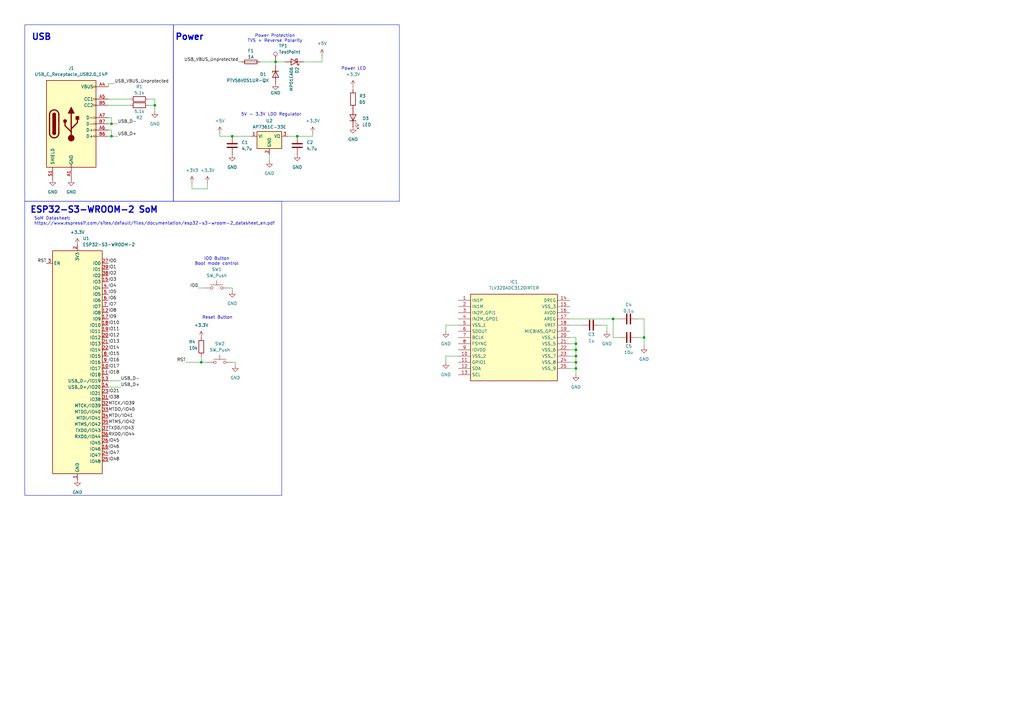
<source format=kicad_sch>
(kicad_sch (version 20231120) (generator "eeschema") (generator_version "8.0")
  (paper "A3")
  (lib_symbols
    (symbol "0_LHRE_Symbols:Regulator_3V3"
      (property "Reference" "U" (at 0 5.588 0))
      (property "Value" "AP7361C-33E" (at 0 5.08 0))
      (symbol "Regulator_3V3_0_1"
        (rectangle (start -5.08 3.175) (end 5.08 -3.81) (stroke (width 0.254)) (fill (type background)))
      )
      (symbol "Regulator_3V3_1_1"
        (pin power_in line (at -7.62 1.27 0) (length 2.54) (name "VI") (number "1"))
        (pin power_in line (at 0 -6.35 90) (length 2.54) (name "GND") (number "2"))
        (pin power_out line (at 7.62 1.27 180) (length 2.54) (name "VO") (number "3"))
      )
    )
    (symbol "Connector:TestPoint" (pin_numbers hide) (pin_names (offset 0.762) hide)
      (property "Reference" "TP" (at 0 6.858 0))
      (property "Value" "TestPoint" (at 0 5.08 0))
      (symbol "TestPoint_0_1"
        (circle (center 0 3.302) (radius 0.762))
      )
      (symbol "TestPoint_1_1"
        (pin passive line (at 0 0 90) (length 2.54) (name "1") (number "1"))
      )
    )
    (symbol "Connector:USB_C_Receptacle_USB2.0_14P" (pin_names (offset 1.016))
      (property "Reference" "J" (at 0 22.225 0))
      (property "Value" "USB_C_Receptacle_USB2.0_14P" (at 0 19.685 0))
      (symbol "USB_C_Receptacle_USB2.0_14P_0_0"
        (rectangle (start -0.254 -17.78) (end 0.254 -16.764))
        (rectangle (start 10.16 -4.826) (end 9.144 -5.334))
        (rectangle (start 10.16 -2.286) (end 9.144 -2.794))
        (rectangle (start 10.16 0.254) (end 9.144 -0.254))
        (rectangle (start 10.16 2.794) (end 9.144 2.286))
        (rectangle (start 10.16 7.874) (end 9.144 7.366))
        (rectangle (start 10.16 10.414) (end 9.144 9.906))
        (rectangle (start 10.16 15.494) (end 9.144 14.986))
      )
      (symbol "USB_C_Receptacle_USB2.0_14P_0_1"
        (rectangle (start -10.16 17.78) (end 10.16 -17.78) (stroke (width 0.254)) (fill (type background)))
        (arc (start -8.89 -3.81) (mid -6.985 -5.7067) (end -5.08 -3.81) (stroke (width 0.508)))
        (arc (start -7.62 -3.81) (mid -6.985 -4.4423) (end -6.35 -3.81) (stroke (width 0.254)))
        (arc (start -7.62 -3.81) (mid -6.985 -4.4423) (end -6.35 -3.81) (stroke (width 0.254)) (fill (type outline)))
        (rectangle (start -7.62 -3.81) (end -6.35 3.81) (stroke (width 0.254)) (fill (type outline)))
        (arc (start -6.35 3.81) (mid -6.985 4.4423) (end -7.62 3.81) (stroke (width 0.254)))
        (arc (start -6.35 3.81) (mid -6.985 4.4423) (end -7.62 3.81) (stroke (width 0.254)) (fill (type outline)))
        (arc (start -5.08 3.81) (mid -6.985 5.7067) (end -8.89 3.81) (stroke (width 0.508)))
        (circle (center -2.54 1.143) (radius 0.635) (stroke (width 0.254)) (fill (type outline)))
        (circle (center 0 -5.842) (radius 1.27) (fill (type outline)))
        (polyline (pts (xy -8.89 -3.81) (xy -8.89 3.81)) (stroke (width 0.508)))
        (polyline (pts (xy -5.08 3.81) (xy -5.08 -3.81)) (stroke (width 0.508)))
        (polyline (pts (xy 0 -5.842) (xy 0 4.318)) (stroke (width 0.508)))
        (polyline (pts (xy 0 -3.302) (xy -2.54 -0.762) (xy -2.54 0.508)) (stroke (width 0.508)))
        (polyline (pts (xy 0 -2.032) (xy 2.54 0.508) (xy 2.54 1.778)) (stroke (width 0.508)))
        (polyline (pts (xy -1.27 4.318) (xy 0 6.858) (xy 1.27 4.318) (xy -1.27 4.318)) (stroke (width 0.254)) (fill (type outline)))
        (rectangle (start 1.905 1.778) (end 3.175 3.048) (stroke (width 0.254)) (fill (type outline)))
      )
      (symbol "USB_C_Receptacle_USB2.0_14P_1_1"
        (pin passive line (at 0 -22.86 90) (length 5.08) (name "GND") (number "A1"))
        (pin passive line (at 0 -22.86 90) (length 5.08) hide (name "GND") (number "A12"))
        (pin passive line (at 15.24 15.24 180) (length 5.08) (name "VBUS") (number "A4"))
        (pin bidirectional line (at 15.24 10.16 180) (length 5.08) (name "CC1") (number "A5"))
        (pin bidirectional line (at 15.24 -2.54 180) (length 5.08) (name "D+") (number "A6"))
        (pin bidirectional line (at 15.24 2.54 180) (length 5.08) (name "D-") (number "A7"))
        (pin passive line (at 15.24 15.24 180) (length 5.08) hide (name "VBUS") (number "A9"))
        (pin passive line (at 0 -22.86 90) (length 5.08) hide (name "GND") (number "B1"))
        (pin passive line (at 0 -22.86 90) (length 5.08) hide (name "GND") (number "B12"))
        (pin passive line (at 15.24 15.24 180) (length 5.08) hide (name "VBUS") (number "B4"))
        (pin bidirectional line (at 15.24 7.62 180) (length 5.08) (name "CC2") (number "B5"))
        (pin bidirectional line (at 15.24 -5.08 180) (length 5.08) (name "D+") (number "B6"))
        (pin bidirectional line (at 15.24 0 180) (length 5.08) (name "D-") (number "B7"))
        (pin passive line (at 15.24 15.24 180) (length 5.08) hide (name "VBUS") (number "B9"))
        (pin passive line (at -7.62 -22.86 90) (length 5.08) (name "SHIELD") (number "S1"))
      )
    )
    (symbol "Device:C" (pin_numbers hide) (pin_names (offset 0.254))
      (property "Reference" "C" (at 0.635 2.54 0))
      (property "Value" "C" (at 0.635 -2.54 0))
      (symbol "C_0_1"
        (polyline (pts (xy -2.032 -0.762) (xy 2.032 -0.762)) (stroke (width 0.508)))
        (polyline (pts (xy -2.032 0.762) (xy 2.032 0.762)) (stroke (width 0.508)))
      )
      (symbol "C_1_1"
        (pin passive line (at 0 3.81 270) (length 2.794) (name "~") (number "1"))
        (pin passive line (at 0 -3.81 90) (length 2.794) (name "~") (number "2"))
      )
    )
    (symbol "Device:D_Schottky" (pin_numbers hide) (pin_names (offset 1.016) hide)
      (property "Reference" "D" (at 0 2.54 0))
      (property "Value" "D_Schottky" (at 0 -2.54 0))
      (symbol "D_Schottky_0_1"
        (polyline (pts (xy 1.27 0) (xy -1.27 0)))
        (polyline (pts (xy 1.27 1.27) (xy 1.27 -1.27) (xy -1.27 0) (xy 1.27 1.27)) (stroke (width 0.254)))
        (polyline (pts (xy -1.905 0.635) (xy -1.905 1.27) (xy -1.27 1.27) (xy -1.27 -1.27) (xy -0.635 -1.27) (xy -0.635 -0.635)) (stroke (width 0.254)))
      )
      (symbol "D_Schottky_1_1"
        (pin passive line (at -3.81 0 0) (length 2.54) (name "K") (number "1"))
        (pin passive line (at 3.81 0 180) (length 2.54) (name "A") (number "2"))
      )
    )
    (symbol "Device:Fuse" (pin_numbers hide) (pin_names (offset 0))
      (property "Reference" "F" (at 2.032 0 90))
      (property "Value" "Fuse" (at -1.905 0 90))
      (symbol "Fuse_0_1"
        (rectangle (start -0.762 -2.54) (end 0.762 2.54) (stroke (width 0.254)))
        (polyline (pts (xy 0 2.54) (xy 0 -2.54)))
      )
      (symbol "Fuse_1_1"
        (pin passive line (at 0 3.81 270) (length 1.27) (name "~") (number "1"))
        (pin passive line (at 0 -3.81 90) (length 1.27) (name "~") (number "2"))
      )
    )
    (symbol "Device:LED" (pin_numbers hide) (pin_names (offset 1.016) hide)
      (property "Reference" "D" (at 0 2.54 0))
      (property "Value" "LED" (at 0 -2.54 0))
      (symbol "LED_0_1"
        (polyline (pts (xy -1.27 -1.27) (xy -1.27 1.27)) (stroke (width 0.254)))
        (polyline (pts (xy -1.27 0) (xy 1.27 0)))
        (polyline (pts (xy 1.27 -1.27) (xy 1.27 1.27) (xy -1.27 0) (xy 1.27 -1.27)) (stroke (width 0.254)))
        (polyline (pts (xy -3.048 -0.762) (xy -4.572 -2.286) (xy -3.81 -2.286) (xy -4.572 -2.286) (xy -4.572 -1.524)))
        (polyline (pts (xy -1.778 -0.762) (xy -3.302 -2.286) (xy -2.54 -2.286) (xy -3.302 -2.286) (xy -3.302 -1.524)))
      )
      (symbol "LED_1_1"
        (pin passive line (at -3.81 0 0) (length 2.54) (name "K") (number "1"))
        (pin passive line (at 3.81 0 180) (length 2.54) (name "A") (number "2"))
      )
    )
    (symbol "Device:R" (pin_numbers hide) (pin_names (offset 0))
      (property "Reference" "R" (at 2.032 0 90))
      (property "Value" "R" (at 0 0 90))
      (symbol "R_0_1"
        (rectangle (start -1.016 -2.54) (end 1.016 2.54) (stroke (width 0.254)))
      )
      (symbol "R_1_1"
        (pin passive line (at 0 3.81 270) (length 1.27) (name "~") (number "1"))
        (pin passive line (at 0 -3.81 90) (length 1.27) (name "~") (number "2"))
      )
    )
    (symbol "Diode:ESD5Zxx" (pin_numbers hide) (pin_names hide)
      (property "Reference" "D" (at 0 2.54 0))
      (property "Value" "ESD5Zxx" (at 0 -2.54 0))
      (symbol "ESD5Zxx_0_1"
        (polyline (pts (xy 1.27 0) (xy -1.27 0)))
        (polyline (pts (xy -1.27 -1.27) (xy -1.27 1.27) (xy -0.762 1.27)) (stroke (width 0.254)))
        (polyline (pts (xy 1.27 -1.27) (xy 1.27 1.27) (xy -1.27 0) (xy 1.27 -1.27)) (stroke (width 0.254)))
      )
      (symbol "ESD5Zxx_1_1"
        (pin passive line (at -3.81 0 0) (length 2.54) (name "K") (number "1"))
        (pin passive line (at 3.81 0 180) (length 2.54) (name "A") (number "2"))
      )
    )
    (symbol "RF_Module:ESP32-S3-WROOM-2"
      (property "Reference" "U" (at -10.16 45.72 0))
      (property "Value" "ESP32-S3-WROOM-2" (at 2.54 45.72 0))
      (symbol "ESP32-S3-WROOM-2_0_1"
        (rectangle (start -10.16 45.72) (end 10.16 -45.72) (stroke (width 0.254)) (fill (type background)))
      )
      (symbol "ESP32-S3-WROOM-2_1_1"
        (pin power_in line (at 0 -48.26 90) (length 2.54) (name "GND") (number "1"))
        (pin bidirectional line (at 12.7 -2.54 180) (length 2.54) (name "IO17") (number "10"))
        (pin bidirectional line (at 12.7 -5.08 180) (length 2.54) (name "IO18") (number "11"))
        (pin bidirectional line (at 12.7 20.32 180) (length 2.54) (name "IO8") (number "12"))
        (pin bidirectional line (at 12.7 -7.62 180) (length 2.54) (name "USB_D-/IO19") (number "13"))
        (pin bidirectional line (at 12.7 -10.16 180) (length 2.54) (name "USB_D+/IO20") (number "14"))
        (pin bidirectional line (at 12.7 33.02 180) (length 2.54) (name "IO3") (number "15"))
        (pin bidirectional line (at 12.7 -35.56 180) (length 2.54) (name "IO46") (number "16"))
        (pin bidirectional line (at 12.7 17.78 180) (length 2.54) (name "IO9") (number "17"))
        (pin bidirectional line (at 12.7 15.24 180) (length 2.54) (name "IO10") (number "18"))
        (pin bidirectional line (at 12.7 12.7 180) (length 2.54) (name "IO11") (number "19"))
        (pin power_in line (at 0 48.26 270) (length 2.54) (name "3V3") (number "2"))
        (pin bidirectional line (at 12.7 10.16 180) (length 2.54) (name "IO12") (number "20"))
        (pin bidirectional line (at 12.7 7.62 180) (length 2.54) (name "IO13") (number "21"))
        (pin bidirectional line (at 12.7 5.08 180) (length 2.54) (name "IO14") (number "22"))
        (pin bidirectional line (at 12.7 -12.7 180) (length 2.54) (name "IO21") (number "23"))
        (pin bidirectional line (at 12.7 -38.1 180) (length 2.54) (name "IO47") (number "24"))
        (pin bidirectional line (at 12.7 -40.64 180) (length 2.54) (name "IO48") (number "25"))
        (pin bidirectional line (at 12.7 -33.02 180) (length 2.54) (name "IO45") (number "26"))
        (pin bidirectional line (at 12.7 40.64 180) (length 2.54) (name "IO0") (number "27"))
        (pin no_connect line (at -10.16 -35.56 0) (length 2.54) hide (name "NC") (number "28"))
        (pin no_connect line (at -10.16 -38.1 0) (length 2.54) hide (name "NC") (number "29"))
        (pin input line (at -12.7 40.64 0) (length 2.54) (name "EN") (number "3"))
        (pin no_connect line (at -10.16 -40.64 0) (length 2.54) hide (name "NC") (number "30"))
        (pin bidirectional line (at 12.7 -15.24 180) (length 2.54) (name "IO38") (number "31"))
        (pin bidirectional line (at 12.7 -17.78 180) (length 2.54) (name "MTCK/IO39") (number "32"))
        (pin bidirectional line (at 12.7 -20.32 180) (length 2.54) (name "MTDO/IO40") (number "33"))
        (pin bidirectional line (at 12.7 -22.86 180) (length 2.54) (name "MTDI/IO41") (number "34"))
        (pin bidirectional line (at 12.7 -25.4 180) (length 2.54) (name "MTMS/IO42") (number "35"))
        (pin bidirectional line (at 12.7 -30.48 180) (length 2.54) (name "RXD0/IO44") (number "36"))
        (pin bidirectional line (at 12.7 -27.94 180) (length 2.54) (name "TXD0/IO43") (number "37"))
        (pin bidirectional line (at 12.7 35.56 180) (length 2.54) (name "IO2") (number "38"))
        (pin bidirectional line (at 12.7 38.1 180) (length 2.54) (name "IO1") (number "39"))
        (pin bidirectional line (at 12.7 30.48 180) (length 2.54) (name "IO4") (number "4"))
        (pin passive line (at 0 -48.26 90) (length 2.54) hide (name "GND") (number "40"))
        (pin passive line (at 0 -48.26 90) (length 2.54) hide (name "GND") (number "41"))
        (pin bidirectional line (at 12.7 27.94 180) (length 2.54) (name "IO5") (number "5"))
        (pin bidirectional line (at 12.7 25.4 180) (length 2.54) (name "IO6") (number "6"))
        (pin bidirectional line (at 12.7 22.86 180) (length 2.54) (name "IO7") (number "7"))
        (pin bidirectional line (at 12.7 2.54 180) (length 2.54) (name "IO15") (number "8"))
        (pin bidirectional line (at 12.7 0 180) (length 2.54) (name "IO16") (number "9"))
      )
    )
    (symbol "Switch:SW_Push" (pin_numbers hide) (pin_names (offset 1.016) hide)
      (property "Reference" "SW" (at 1.27 2.54 0))
      (property "Value" "SW_Push" (at 0 -1.524 0))
      (symbol "SW_Push_0_1"
        (circle (center -2.032 0) (radius 0.508))
        (polyline (pts (xy 0 1.27) (xy 0 3.048)))
        (polyline (pts (xy 2.54 1.27) (xy -2.54 1.27)))
        (circle (center 2.032 0) (radius 0.508))
        (pin passive line (at -5.08 0 0) (length 2.54) (name "1") (number "1"))
        (pin passive line (at 5.08 0 180) (length 2.54) (name "2") (number "2"))
      )
    )
    (symbol "TLV320ADC3120IRTER:TLV320ADC3120IRTER"
      (property "Reference" "IC" (at 41.91 7.62 0))
      (property "Value" "TLV320ADC3120IRTER" (at 41.91 5.08 0))
      (symbol "TLV320ADC3120IRTER_1_1"
        (rectangle (start 5.08 2.54) (end 40.64 -33.02) (stroke (width 0.254)) (fill (type background)))
        (pin passive line (at 0 0 0) (length 5.08) (name "IN1P") (number "1"))
        (pin passive line (at 0 -22.86 0) (length 5.08) (name "VSS_2") (number "10"))
        (pin passive line (at 0 -25.4 0) (length 5.08) (name "GPIO1") (number "11"))
        (pin passive line (at 0 -27.94 0) (length 5.08) (name "SDA") (number "12"))
        (pin passive line (at 0 -30.48 0) (length 5.08) (name "SCL") (number "13"))
        (pin passive line (at 45.72 0 180) (length 5.08) (name "DREG") (number "14"))
        (pin passive line (at 45.72 -2.54 180) (length 5.08) (name "VSS_3") (number "15"))
        (pin passive line (at 45.72 -5.08 180) (length 5.08) (name "AVDD") (number "16"))
        (pin passive line (at 45.72 -7.62 180) (length 5.08) (name "AREG") (number "17"))
        (pin passive line (at 45.72 -10.16 180) (length 5.08) (name "VREF") (number "18"))
        (pin passive line (at 45.72 -12.7 180) (length 5.08) (name "MICBIAS_GPI2") (number "19"))
        (pin passive line (at 0 -2.54 0) (length 5.08) (name "IN1M") (number "2"))
        (pin passive line (at 45.72 -15.24 180) (length 5.08) (name "VSS_4") (number "20"))
        (pin passive line (at 45.72 -17.78 180) (length 5.08) (name "VSS_5") (number "21"))
        (pin passive line (at 45.72 -20.32 180) (length 5.08) (name "VSS_6") (number "22"))
        (pin passive line (at 45.72 -22.86 180) (length 5.08) (name "VSS_7") (number "23"))
        (pin passive line (at 45.72 -25.4 180) (length 5.08) (name "VSS_8") (number "24"))
        (pin passive line (at 45.72 -27.94 180) (length 5.08) (name "VSS_9") (number "25"))
        (pin passive line (at 0 -5.08 0) (length 5.08) (name "IN2P_GPI1") (number "3"))
        (pin passive line (at 0 -7.62 0) (length 5.08) (name "IN2M_GPO1") (number "4"))
        (pin passive line (at 0 -10.16 0) (length 5.08) (name "VSS_1") (number "5"))
        (pin passive line (at 0 -12.7 0) (length 5.08) (name "SDOUT") (number "6"))
        (pin passive line (at 0 -15.24 0) (length 5.08) (name "BCLK") (number "7"))
        (pin passive line (at 0 -17.78 0) (length 5.08) (name "FSYNC") (number "8"))
        (pin passive line (at 0 -20.32 0) (length 5.08) (name "IOVDD") (number "9"))
      )
    )
    (symbol "power:+3.3V" (power) (pin_numbers hide) (pin_names (offset 0) hide)
      (property "Value" "+3.3V" (at 0 3.556 0))
      (symbol "+3.3V_0_1"
        (polyline (pts (xy -0.762 1.27) (xy 0 2.54)))
        (polyline (pts (xy 0 0) (xy 0 2.54)))
        (polyline (pts (xy 0 2.54) (xy 0.762 1.27)))
      )
      (symbol "+3.3V_1_1"
        (pin power_in line (at 0 0 90) (length 0) (name "~") (number "1"))
      )
    )
    (symbol "power:+3V3" (power) (pin_numbers hide) (pin_names (offset 0) hide)
      (property "Value" "+3V3" (at 0 3.556 0))
      (symbol "+3V3_0_1"
        (polyline (pts (xy -0.762 1.27) (xy 0 2.54)))
        (polyline (pts (xy 0 0) (xy 0 2.54)))
        (polyline (pts (xy 0 2.54) (xy 0.762 1.27)))
      )
      (symbol "+3V3_1_1"
        (pin power_in line (at 0 0 90) (length 0) (name "~") (number "1"))
      )
    )
    (symbol "power:+5V" (power) (pin_numbers hide) (pin_names (offset 0) hide)
      (property "Value" "+5V" (at 0 3.556 0))
      (symbol "+5V_0_1"
        (polyline (pts (xy -0.762 1.27) (xy 0 2.54)))
        (polyline (pts (xy 0 0) (xy 0 2.54)))
        (polyline (pts (xy 0 2.54) (xy 0.762 1.27)))
      )
      (symbol "+5V_1_1"
        (pin power_in line (at 0 0 90) (length 0) (name "~") (number "1"))
      )
    )
    (symbol "power:GND" (power) (pin_numbers hide) (pin_names (offset 0) hide)
      (property "Value" "GND" (at 0 -3.81 0))
      (symbol "GND_0_1"
        (polyline (pts (xy 0 0) (xy 0 -1.27) (xy 1.27 -1.27) (xy 0 -2.54) (xy -1.27 -1.27) (xy 0 -1.27)))
      )
      (symbol "GND_1_1"
        (pin power_in line (at 0 0 270) (length 0) (name "~") (number "1"))
      )
    )
  )
  (junction (at 236.22 143.51))
  (junction (at 236.22 146.05))
  (junction (at 95.25 55.88))
  (junction (at 45.72 55.88))
  (junction (at 121.92 55.88))
  (junction (at 113.03 25.4))
  (junction (at 264.16 138.43))
  (junction (at 236.22 140.97))
  (junction (at 63.5 43.18))
  (junction (at 236.22 151.13))
  (junction (at 82.55 148.59))
  (junction (at 236.22 148.59))
  (junction (at 251.46 130.81))
  (junction (at 45.72 50.8))
  (wire (pts (xy 82.55 148.59) (xy 85.09 148.59)))
  (wire (pts (xy 44.45 50.8) (xy 45.72 50.8)))
  (wire (pts (xy 90.17 54.61) (xy 90.17 55.88)))
  (wire (pts (xy 233.68 146.05) (xy 236.22 146.05)))
  (wire (pts (xy 113.03 25.4) (xy 113.03 26.67)))
  (wire (pts (xy 113.03 25.4) (xy 116.84 25.4)))
  (wire (pts (xy 264.16 130.81) (xy 264.16 138.43)))
  (wire (pts (xy 233.68 133.35) (xy 238.76 133.35)))
  (wire (pts (xy 60.96 40.64) (xy 63.5 40.64)))
  (wire (pts (xy 182.88 133.35) (xy 182.88 135.89)))
  (wire (pts (xy 44.45 34.29) (xy 44.45 35.56)))
  (wire (pts (xy 44.45 53.34) (xy 45.72 53.34)))
  (wire (pts (xy 110.49 63.5) (xy 110.49 66.04)))
  (wire (pts (xy 106.68 25.4) (xy 113.03 25.4)))
  (wire (pts (xy 128.27 54.61) (xy 128.27 55.88)))
  (wire (pts (xy 44.45 40.64) (xy 53.34 40.64)))
  (wire (pts (xy 187.96 146.05) (xy 182.88 146.05)))
  (wire (pts (xy 60.96 43.18) (xy 63.5 43.18)))
  (wire (pts (xy 49.53 156.21) (xy 44.45 156.21)))
  (wire (pts (xy 95.25 55.88) (xy 102.87 55.88)))
  (wire (pts (xy 76.2 148.59) (xy 82.55 148.59)))
  (wire (pts (xy 251.46 130.81) (xy 254 130.81)))
  (wire (pts (xy 46.99 34.29) (xy 44.45 34.29)))
  (wire (pts (xy 90.17 55.88) (xy 95.25 55.88)))
  (wire (pts (xy 44.45 43.18) (xy 53.34 43.18)))
  (wire (pts (xy 236.22 143.51) (xy 236.22 146.05)))
  (wire (pts (xy 233.68 138.43) (xy 236.22 138.43)))
  (wire (pts (xy 82.55 148.59) (xy 82.55 146.05)))
  (wire (pts (xy 96.52 148.59) (xy 95.25 148.59)))
  (wire (pts (xy 63.5 43.18) (xy 63.5 45.72)))
  (wire (pts (xy 251.46 130.81) (xy 233.68 130.81)))
  (wire (pts (xy 45.72 50.8) (xy 48.26 50.8)))
  (wire (pts (xy 261.62 130.81) (xy 264.16 130.81)))
  (wire (pts (xy 63.5 40.64) (xy 63.5 43.18)))
  (wire (pts (xy 78.74 77.47) (xy 85.09 77.47)))
  (wire (pts (xy 44.45 48.26) (xy 45.72 48.26)))
  (wire (pts (xy 96.52 148.59) (xy 96.52 149.86)))
  (wire (pts (xy 95.25 118.11) (xy 93.98 118.11)))
  (wire (pts (xy 246.38 133.35) (xy 248.92 133.35)))
  (wire (pts (xy 128.27 55.88) (xy 121.92 55.88)))
  (wire (pts (xy 236.22 146.05) (xy 236.22 148.59)))
  (wire (pts (xy 236.22 153.67) (xy 236.22 151.13)))
  (wire (pts (xy 132.08 22.86) (xy 132.08 25.4)))
  (wire (pts (xy 144.78 35.56) (xy 144.78 36.83)))
  (wire (pts (xy 45.72 55.88) (xy 48.26 55.88)))
  (wire (pts (xy 85.09 74.93) (xy 85.09 77.47)))
  (wire (pts (xy 81.28 118.11) (xy 83.82 118.11)))
  (wire (pts (xy 118.11 55.88) (xy 121.92 55.88)))
  (wire (pts (xy 99.06 25.4) (xy 97.79 25.4)))
  (wire (pts (xy 251.46 130.81) (xy 251.46 138.43)))
  (wire (pts (xy 45.72 48.26) (xy 45.72 50.8)))
  (wire (pts (xy 49.53 158.75) (xy 44.45 158.75)))
  (wire (pts (xy 132.08 25.4) (xy 124.46 25.4)))
  (wire (pts (xy 233.68 143.51) (xy 236.22 143.51)))
  (wire (pts (xy 182.88 146.05) (xy 182.88 148.59)))
  (wire (pts (xy 236.22 140.97) (xy 236.22 143.51)))
  (wire (pts (xy 187.96 133.35) (xy 182.88 133.35)))
  (wire (pts (xy 236.22 148.59) (xy 236.22 151.13)))
  (wire (pts (xy 236.22 138.43) (xy 236.22 140.97)))
  (wire (pts (xy 45.72 53.34) (xy 45.72 55.88)))
  (wire (pts (xy 78.74 74.93) (xy 78.74 77.47)))
  (wire (pts (xy 264.16 138.43) (xy 264.16 142.24)))
  (wire (pts (xy 44.45 55.88) (xy 45.72 55.88)))
  (wire (pts (xy 233.68 140.97) (xy 236.22 140.97)))
  (wire (pts (xy 261.62 138.43) (xy 264.16 138.43)))
  (wire (pts (xy 95.25 119.38) (xy 95.25 118.11)))
  (wire (pts (xy 236.22 151.13) (xy 233.68 151.13)))
  (wire (pts (xy 254 138.43) (xy 251.46 138.43)))
  (wire (pts (xy 248.92 133.35) (xy 248.92 135.89)))
  (wire (pts (xy 233.68 148.59) (xy 236.22 148.59)))
  (rectangle (start 10.16 82.55) (end 115.57 203.2))
  (rectangle (start 71.12 10.16) (end 163.83 82.55))
  (rectangle (start 10.16 10.16) (end 71.12 82.55))
  (text "USB" (at 17.018 15.24 0) (effects (font (size 2.54 2.54) (thickness 0.508) (bold yes))))
  (text "Reset Button" (at 89.154 130.302 0) (effects (font (size 1.27 1.27))))
  (text "Power LED" (at 145.034 28.194 0) (effects (font (size 1.27 1.27))))
  (text "ESP32-S3-WROOM-2 SoM" (at 38.608 86.106 0) (effects (font (size 2.54 2.54) (thickness 0.508) (bold yes))))
  (text "SoM Datasheet:\nhttps://www.espressif.com/sites/default/files/documentation/esp32-s3-wroom-2_datasheet_en.pdf" (at 13.97 90.678 0) (effects (font (size 1.27 1.27)) (justify left)))
  (text "5V - 3.3V LDO Regulator" (at 111.252 46.99 0) (effects (font (size 1.27 1.27))))
  (text "Power Protection\nTVS + Reverse Polarity" (at 112.776 15.748 0) (effects (font (size 1.27 1.27))))
  (text "IO0 Button\nBoot mode control" (at 88.9 107.188 0) (effects (font (size 1.27 1.27))))
  (text "Power" (at 77.724 15.24 0) (effects (font (size 2.54 2.54) (thickness 0.508) (bold yes))))
  (label "USB_D-" (at 48.26 50.8 0))
  (label "IO4" (at 44.45 118.11 0))
  (label "USB_VBUS_Unprotected" (at 46.99 34.29 0))
  (label "IO8" (at 44.45 128.27 0))
  (label "USB_D+" (at 48.26 55.88 0))
  (label "IO38" (at 44.45 163.83 0))
  (label "RXD0{slash}IO44" (at 44.45 179.07 0))
  (label "IO15" (at 44.45 146.05 0))
  (label "TXD0{slash}IO43" (at 44.45 176.53 0))
  (label "IO16" (at 44.45 148.59 0))
  (label "MTDI{slash}IO41" (at 44.45 171.45 0))
  (label "IO9" (at 44.45 130.81 0))
  (label "IO1" (at 44.45 110.49 0))
  (label "IO11" (at 44.45 135.89 0))
  (label "IO0" (at 44.45 107.95 0))
  (label "USB_D+" (at 49.53 158.75 0))
  (label "IO47" (at 44.45 186.69 0))
  (label "IO45" (at 44.45 181.61 0))
  (label "MTDO{slash}IO40" (at 44.45 168.91 0))
  (label "IO6" (at 44.45 123.19 0))
  (label "RST" (at 19.05 107.95 180))
  (label "USB_D-" (at 49.53 156.21 0))
  (label "MTCK{slash}IO39" (at 44.45 166.37 0))
  (label "RST" (at 76.2 148.59 180))
  (label "IO2" (at 44.45 113.03 0))
  (label "IO46" (at 44.45 184.15 0))
  (label "IO3" (at 44.45 115.57 0))
  (label "IO7" (at 44.45 125.73 0))
  (label "IO14" (at 44.45 143.51 0))
  (label "IO21" (at 44.45 161.29 0))
  (label "IO18" (at 44.45 153.67 0))
  (label "USB_VBUS_Unprotected" (at 97.79 25.4 180))
  (label "IO48" (at 44.45 189.23 0))
  (label "IO5" (at 44.45 120.65 0))
  (label "IO10" (at 44.45 133.35 0))
  (label "MTMS{slash}IO42" (at 44.45 173.99 0))
  (label "IO12" (at 44.45 138.43 0))
  (label "IO0" (at 81.28 118.11 180))
  (label "IO13" (at 44.45 140.97 0))
  (label "IO17" (at 44.45 151.13 0))
  (symbol (lib_id "power:+5V") (at 132.08 22.86 0) (unit 1)
    (property "Reference" "#PWR012" (effects (hide yes)))
    (property "Value" "+5V" (at 132.08 17.78 0))
    (property "Description" "Power symbol creates a global label with name \"+5V\"" (effects (hide yes)))
  )
  (symbol (lib_id "Device:LED") (at 144.78 48.26 90) (unit 1)
    (property "Reference" "D3" (at 148.59 48.5774 90) (effects (justify right)))
    (property "Value" "LED" (at 148.59 51.1174 90) (effects (justify right)))
    (property "Footprint" "LED_SMD:LED_0603_1608Metric" (effects (hide yes)))
    (property "Datasheet" "https://fscdn.rohm.com/en/products/databook/datasheet/opto/led/chip_mono/smld12en1wt86-e.pdf" (effects (hide yes)))
    (property "Description" "Standard LEDs - SMD Grn 527nm; 140mcd 0603; 70mW" (effects (hide yes)))
    (property "Mouser #" "755-SMLD12EN1WT86 " (effects (hide yes)))
    (property "Mouser Link" "https://www.mouser.com/ProductDetail/ROHM-Semiconductor/SMLD12EN1WT86?qs=sGAEpiMZZMvyj6n1w4pZD6eAxfjFR14DnXRi1eOmQF%252BCR4I%252BHb%252BUkw%3D%3D" (effects (hide yes)))
  )
  (symbol (lib_id "power:GND") (at 110.49 66.04 0) (unit 1)
    (property "Reference" "#PWR010" (effects (hide yes)))
    (property "Value" "GND" (at 110.49 71.12 0))
    (property "Description" "Power symbol creates a global label with name \"GND\" , ground" (effects (hide yes)))
  )
  (symbol (lib_id "power:+3.3V") (at 82.55 138.43 0) (unit 1)
    (property "Reference" "#PWR019" (effects (hide yes)))
    (property "Value" "+3.3V" (at 82.55 133.35 0))
    (property "Description" "Power symbol creates a global label with name \"+3.3V\"" (effects (hide yes)))
  )
  (symbol (lib_id "power:GND") (at 95.25 119.38 0) (unit 1)
    (property "Reference" "#PWR017" (effects (hide yes)))
    (property "Value" "GND" (at 95.25 124.46 0))
    (property "Description" "Power symbol creates a global label with name \"GND\" , ground" (effects (hide yes)))
  )
  (symbol (lib_id "Device:C") (at 121.92 59.69 0) (unit 1)
    (property "Reference" "C2" (at 125.73 58.4199 0) (effects (justify left)))
    (property "Value" "4.7u" (at 125.73 60.9599 0) (effects (justify left)))
    (property "Footprint" "Capacitor_SMD:C_0603_1608Metric" (effects (hide yes)))
    (property "Datasheet" "https://www.mouser.com/datasheet/2/281/1/GCJ188C70J475KE02_01A-3140129.pdf" (effects (hide yes)))
    (property "Description" "Multilayer Ceramic Capacitors MLCC - SMD/SMT 4.7 uF 6.3 VDC 10% 0603 X7S AEC-Q200" (effects (hide yes)))
    (property "Mouser #" "81-GCJ188C70J475KE2D " (effects (hide yes)))
    (property "Mouser Link" "https://www.mouser.com/ProductDetail/Murata-Electronics/GCJ188C70J475KE02D?qs=QzBtWTOodeVfJR8CElrI4A%3D%3D" (effects (hide yes)))
  )
  (symbol (lib_id "RF_Module:ESP32-S3-WROOM-2") (at 31.75 148.59 0) (unit 1)
    (property "Reference" "U1" (at 33.9441 97.79 0) (effects (justify left)))
    (property "Value" "ESP32-S3-WROOM-2" (at 33.9441 100.33 0) (effects (justify left)))
    (property "Footprint" "RF_Module:ESP32-S3-WROOM-2" (effects (hide yes)))
    (property "Datasheet" "https://www.espressif.com/sites/default/files/documentation/esp32-s3-wroom-2_datasheet_en.pdf" (effects (hide yes)))
    (property "Description" "RF Module, 2.4 GHz, Wi­-Fi, Bluetooth, BLE, ESP32­-S3R8V" (effects (hide yes)))
  )
  (symbol (lib_id "Device:C") (at 95.25 59.69 0) (unit 1)
    (property "Reference" "C1" (at 99.06 58.4199 0) (effects (justify left)))
    (property "Value" "4.7u" (at 99.06 60.9599 0) (effects (justify left)))
    (property "Footprint" "Capacitor_SMD:C_0603_1608Metric" (effects (hide yes)))
    (property "Datasheet" "https://www.mouser.com/datasheet/2/281/1/GCJ188C70J475KE02_01A-3140129.pdf" (effects (hide yes)))
    (property "Description" "Multilayer Ceramic Capacitors MLCC - SMD/SMT 4.7 uF 6.3 VDC 10% 0603 X7S AEC-Q200" (effects (hide yes)))
    (property "Mouser #" "81-GCJ188C70J475KE2D " (effects (hide yes)))
    (property "Mouser Link" "https://www.mouser.com/ProductDetail/Murata-Electronics/GCJ188C70J475KE02D?qs=QzBtWTOodeVfJR8CElrI4A%3D%3D" (effects (hide yes)))
  )
  (symbol (lib_id "power:GND") (at 31.75 196.85 0) (unit 1)
    (property "Reference" "#PWR016" (effects (hide yes)))
    (property "Value" "GND" (at 31.75 201.93 0))
    (property "Description" "Power symbol creates a global label with name \"GND\" , ground" (effects (hide yes)))
  )
  (symbol (lib_id "Diode:ESD5Zxx") (at 113.03 30.48 90) (mirror x) (unit 1)
    (property "Reference" "D1" (at 107.95 30.48 90))
    (property "Value" "PTVS6V0S1UR-QX" (at 101.6 33.02 90))
    (property "Footprint" "Diode_SMD:Nexperia_CFP3_SOD-123W" (effects (hide yes)))
    (property "Datasheet" "https://assets.nexperia.com/documents/data-sheet/PTVSXS1UR-Q_SER.pdf" (effects (hide yes)))
  )
  (symbol (lib_id "Device:R") (at 57.15 40.64 90) (unit 1)
    (property "Reference" "R1" (at 57.15 35.56 90))
    (property "Value" "5.1k" (at 57.15 38.1 90))
    (property "Description" "Resistor" (effects (hide yes)))
  )
  (symbol (lib_id "power:GND") (at 248.92 135.89 0) (unit 1)
    (property "Reference" "#PWR023" (effects (hide yes)))
    (property "Value" "GND" (at 248.92 140.97 0))
    (property "Description" "Power symbol creates a global label with name \"GND\" , ground" (effects (hide yes)))
  )
  (symbol (lib_id "power:GND") (at 236.22 153.67 0) (unit 1)
    (property "Reference" "#PWR020" (effects (hide yes)))
    (property "Value" "GND" (at 236.22 158.75 0))
    (property "Description" "Power symbol creates a global label with name \"GND\" , ground" (effects (hide yes)))
  )
  (symbol (lib_id "power:+3.3V") (at 85.09 74.93 0) (unit 1)
    (property "Reference" "#PWR02" (effects (hide yes)))
    (property "Value" "+3.3V" (at 85.09 69.85 0))
    (property "Description" "Power symbol creates a global label with name \"+3.3V\"" (effects (hide yes)))
  )
  (symbol (lib_id "power:+5V") (at 144.78 35.56 0) (unit 1)
    (property "Reference" "#PWR014" (effects (hide yes)))
    (property "Value" "+3.3V" (at 144.78 30.48 0))
    (property "Description" "Power symbol creates a global label with name \"+5V\"" (effects (hide yes)))
  )
  (symbol (lib_id "power:GND") (at 182.88 135.89 0) (unit 1)
    (property "Reference" "#PWR022" (effects (hide yes)))
    (property "Value" "GND" (at 182.88 140.97 0))
    (property "Description" "Power symbol creates a global label with name \"GND\" , ground" (effects (hide yes)))
  )
  (symbol (lib_id "power:GND") (at 21.59 73.66 0) (unit 1)
    (property "Reference" "#PWR06" (effects (hide yes)))
    (property "Value" "GND" (at 21.59 78.74 0))
    (property "Description" "Power symbol creates a global label with name \"GND\" , ground" (effects (hide yes)))
  )
  (symbol (lib_id "Connector:USB_C_Receptacle_USB2.0_14P") (at 29.21 50.8 0) (unit 1)
    (property "Reference" "J1" (at 29.21 27.94 0))
    (property "Value" "USB_C_Receptacle_USB2.0_14P" (at 29.21 30.48 0))
    (property "Datasheet" "https://www.usb.org/sites/default/files/documents/usb_type-c.zip" (effects (hide yes)))
    (property "Description" "USB 2.0-only 14P Type-C Receptacle connector" (effects (hide yes)))
  )
  (symbol (lib_id "power:GND") (at 264.16 142.24 0) (unit 1)
    (property "Reference" "#PWR024" (effects (hide yes)))
    (property "Value" "GND" (at 264.16 147.32 0))
    (property "Description" "Power symbol creates a global label with name \"GND\" , ground" (effects (hide yes)))
  )
  (symbol (lib_id "power:+3.3V") (at 31.75 100.33 0) (unit 1)
    (property "Reference" "#PWR03" (effects (hide yes)))
    (property "Value" "+3.3V" (at 31.75 95.25 0))
    (property "Description" "Power symbol creates a global label with name \"+3.3V\"" (effects (hide yes)))
  )
  (symbol (lib_id "Device:C") (at 257.81 130.81 90) (unit 1)
    (property "Reference" "C4" (at 257.81 124.968 90))
    (property "Value" "0.1u" (at 257.81 127.508 90))
    (property "Description" "Unpolarized capacitor" (effects (hide yes)))
  )
  (symbol (lib_id "Device:R") (at 82.55 142.24 0) (unit 1)
    (property "Reference" "R4" (at 77.47 140.208 0) (effects (justify left)))
    (property "Value" "10k" (at 77.47 142.748 0) (effects (justify left)))
    (property "Description" "Resistor" (effects (hide yes)))
  )
  (symbol (lib_id "power:GND") (at 121.92 63.5 0) (unit 1)
    (property "Reference" "#PWR011" (effects (hide yes)))
    (property "Value" "GND" (at 121.92 68.58 0))
    (property "Description" "Power symbol creates a global label with name \"GND\" , ground" (effects (hide yes)))
  )
  (symbol (lib_id "Device:R") (at 57.15 43.18 270) (unit 1)
    (property "Reference" "R2" (at 57.15 48.26 90))
    (property "Value" "5.1k" (at 57.15 45.72 90))
    (property "Description" "Resistor" (effects (hide yes)))
  )
  (symbol (lib_id "TLV320ADC3120IRTER:TLV320ADC3120IRTER") (at 187.96 123.19 0) (unit 1)
    (property "Reference" "IC1" (at 210.82 115.57 0))
    (property "Value" "TLV320ADC3120IRTER" (at 210.82 118.11 0))
    (property "Footprint" "TLV320ADC3120IRTER" (effects (hide yes)))
    (property "Datasheet" "https://www.ti.com/lit/ds/symlink/tlv320adc3120.pdf?ts=1669060036695&ref_url=https%253A%252F%252Fwww.ti.com%252Fproduct%252FTLV320ADC3120%252Fpart-details%252FTLV320ADC3120IRTER%253FkeyMatch%253DTLV320ADC3120IRTER%2526tisearch%253Dsearch-everything%2526us" (effects (hide yes)))
    (property "Description" "ADC, Audio 7.35k ~ 768k IC, IS, TDM 20-WQFN (3x3) -40C ~ 125C" (effects (hide yes)))
    (property "Height" "0.8" (effects (hide yes)))
    (property "Manufacturer_Name" "Texas Instruments" (effects (hide yes)))
    (property "Manufacturer_Part_Number" "TLV320ADC3120IRTER" (effects (hide yes)))
    (property "Mouser Part Number" "595-V320ADC3120IRTER" (effects (hide yes)))
    (property "Mouser Price/Stock" "https://www.mouser.co.uk/ProductDetail/Texas-Instruments/TLV320ADC3120IRTER?qs=QNEnbhJQKva9BvSSfwKoag%3D%3D" (effects (hide yes)))
  )
  (symbol (lib_id "0_LHRE_Symbols:Regulator_3V3") (at 110.49 57.15 0) (unit 1)
    (property "Reference" "U2" (at 110.49 49.53 0))
    (property "Value" "AP7361C-33E" (at 110.49 52.07 0))
    (property "Footprint" "Package_TO_SOT_SMD:SOT-223-3_TabPin2" (effects (hide yes)))
    (property "Datasheet" "https://www.diodes.com/assets/Datasheets/AP7361C.pdf" (effects (hide yes)))
    (property "Description" "1A Low Dropout regulator, positive, 3.3V fixed output, SOT-223" (effects (hide yes)))
    (property "Mouser #" "621-AP7361C-33E-13" (effects (hide yes)))
    (property "Mouser Link" "https://www.mouser.com/ProductDetail/Diodes-Incorporated/AP7361C-33E-13?qs=X421pCAdHWeIInddOHvgmw%3D%3D" (effects (hide yes)))
  )
  (symbol (lib_id "Connector:TestPoint") (at 113.03 25.4 0) (unit 1)
    (property "Reference" "TP1" (at 114.3 18.796 0) (effects (justify left)))
    (property "Value" "TestPoint" (at 114.3 21.336 0) (effects (justify left)))
    (property "Description" "test point" (effects (hide yes)))
  )
  (symbol (lib_id "Device:D_Schottky") (at 120.65 25.4 180) (unit 1)
    (property "Reference" "D2" (at 121.8184 27.432 90) (effects (justify left)))
    (property "Value" "MP01EA06" (at 119.507 27.432 90) (effects (justify left)))
    (property "Footprint" "Diode_SMD:D_SOD-123" (effects (hide yes)))
    (property "Datasheet" "https://www.mouser.com/datasheet/2/40/MP01EA06_file-2936388.pdf" (effects (hide yes)))
    (property "Description" "60V 1A 600mV @ 1A SOD-123 Schottky Barrier Diodes (SBD) RoHS" (effects (hide yes)))
    (property "Package" "SOD-123" (effects (hide yes)))
  )
  (symbol (lib_id "Device:C") (at 257.81 138.43 90) (unit 1)
    (property "Reference" "C5" (at 257.81 141.986 90))
    (property "Value" "10u" (at 257.81 144.526 90))
    (property "Description" "Unpolarized capacitor" (effects (hide yes)))
  )
  (symbol (lib_id "power:+5V") (at 90.17 54.61 0) (unit 1)
    (property "Reference" "#PWR08" (effects (hide yes)))
    (property "Value" "+5V" (at 90.17 49.53 0))
    (property "Description" "Power symbol creates a global label with name \"+5V\"" (effects (hide yes)))
  )
  (symbol (lib_id "Device:R") (at 144.78 40.64 0) (unit 1)
    (property "Reference" "R3" (at 147.32 39.3699 0) (effects (justify left)))
    (property "Value" "65" (at 147.32 41.9099 0) (effects (justify left)))
    (property "Footprint" "Resistor_SMD:R_0603_1608Metric" (effects (hide yes)))
    (property "Datasheet" "https://www.vishay.com/docs/20035/dcrcwe3.pdf" (effects (hide yes)))
    (property "Description" "Thick Film Resistors - SMD 1/10watt 665ohms 1%" (effects (hide yes)))
    (property "Mouser #" "71-CRCW0603-665-E3" (effects (hide yes)))
    (property "Mouser Link" "https://www.mouser.com/ProductDetail/Vishay-Dale/CRCW0603665RFKEA?qs=LZIV7OMwgAcM0HrV2ne%252BWA%3D%3D" (effects (hide yes)))
  )
  (symbol (lib_id "power:+3V3") (at 78.74 74.93 0) (unit 1)
    (property "Reference" "#PWR01" (effects (hide yes)))
    (property "Value" "+3V3" (at 78.74 69.85 0))
    (property "Description" "Power symbol creates a global label with name \"+3V3\"" (effects (hide yes)))
  )
  (symbol (lib_id "power:GND") (at 95.25 63.5 0) (unit 1)
    (property "Reference" "#PWR09" (effects (hide yes)))
    (property "Value" "GND" (at 95.25 68.58 0))
    (property "Description" "Power symbol creates a global label with name \"GND\" , ground" (effects (hide yes)))
  )
  (symbol (lib_id "power:GND") (at 96.52 149.86 0) (unit 1)
    (property "Reference" "#PWR018" (effects (hide yes)))
    (property "Value" "GND" (at 96.52 154.94 0))
    (property "Description" "Power symbol creates a global label with name \"GND\" , ground" (effects (hide yes)))
  )
  (symbol (lib_id "Device:Fuse") (at 102.87 25.4 90) (unit 1)
    (property "Reference" "F1" (at 102.87 20.828 90))
    (property "Value" "1A" (at 102.87 23.368 90))
    (property "Description" "Fuse" (effects (hide yes)))
  )
  (symbol (lib_id "power:GND") (at 63.5 45.72 0) (unit 1)
    (property "Reference" "#PWR04" (effects (hide yes)))
    (property "Value" "GND" (at 63.5 50.8 0))
    (property "Description" "Power symbol creates a global label with name \"GND\" , ground" (effects (hide yes)))
  )
  (symbol (lib_id "power:GND") (at 113.03 34.29 0) (unit 1)
    (property "Reference" "#PWR07" (effects (hide yes)))
    (property "Value" "GND" (at 113.03 38.1 0))
  )
  (symbol (lib_id "power:+3.3V") (at 128.27 54.61 0) (unit 1)
    (property "Reference" "#PWR013" (effects (hide yes)))
    (property "Value" "+3.3V" (at 128.27 49.53 0))
    (property "Description" "Power symbol creates a global label with name \"+3.3V\"" (effects (hide yes)))
  )
  (symbol (lib_id "Switch:SW_Push") (at 90.17 148.59 0) (unit 1)
    (property "Reference" "SW2" (at 90.17 140.97 0))
    (property "Value" "SW_Push" (at 90.17 143.51 0))
    (property "Description" "Push button switch, generic, two pins" (effects (hide yes)))
  )
  (symbol (lib_id "power:GND") (at 144.78 52.07 0) (unit 1)
    (property "Reference" "#PWR015" (effects (hide yes)))
    (property "Value" "GND" (at 144.78 57.15 0))
    (property "Description" "Power symbol creates a global label with name \"GND\" , ground" (effects (hide yes)))
  )
  (symbol (lib_id "Device:C") (at 242.57 133.35 90) (unit 1)
    (property "Reference" "C3" (at 242.57 137.16 90))
    (property "Value" "1u" (at 242.57 139.7 90))
    (property "Description" "Unpolarized capacitor" (effects (hide yes)))
  )
  (symbol (lib_id "power:GND") (at 29.21 73.66 0) (unit 1)
    (property "Reference" "#PWR05" (effects (hide yes)))
    (property "Value" "GND" (at 29.21 78.74 0))
    (property "Description" "Power symbol creates a global label with name \"GND\" , ground" (effects (hide yes)))
  )
  (symbol (lib_id "Switch:SW_Push") (at 88.9 118.11 0) (unit 1)
    (property "Reference" "SW1" (at 88.9 110.49 0))
    (property "Value" "SW_Push" (at 88.9 113.03 0))
    (property "Description" "Push button switch, generic, two pins" (effects (hide yes)))
  )
  (symbol (lib_id "power:GND") (at 182.88 148.59 0) (unit 1)
    (property "Reference" "#PWR021" (effects (hide yes)))
    (property "Value" "GND" (at 182.88 153.67 0))
    (property "Description" "Power symbol creates a global label with name \"GND\" , ground" (effects (hide yes)))
  )
)
</source>
